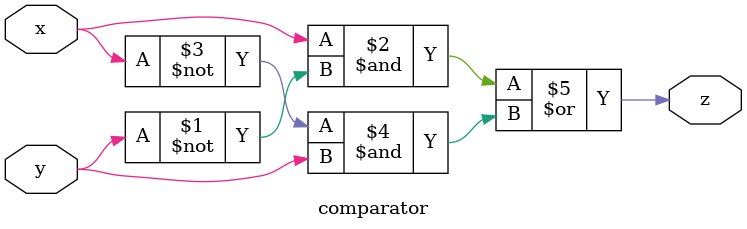
<source format=v>
module comparator(
    input x,
    input y,
    output z
    );
 
assign z = (x & ~y) |(~x & y);
 
endmodule
</source>
